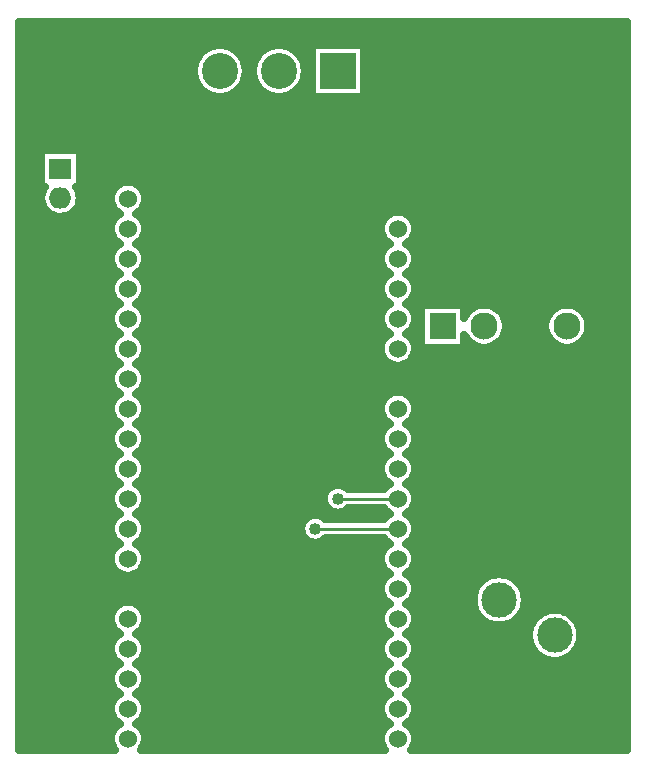
<source format=gbr>
G04 DipTrace 3.1.0.1*
G04 Bottom.gbr*
%MOIN*%
G04 #@! TF.FileFunction,Copper,L2,Bot*
G04 #@! TF.Part,Single*
G04 #@! TA.AperFunction,Conductor*
%ADD13C,0.011*%
G04 #@! TA.AperFunction,CopperBalancing*
%ADD17C,0.025*%
G04 #@! TA.AperFunction,ComponentPad*
%ADD24C,0.11811*%
%ADD26R,0.074803X0.070866*%
%ADD27O,0.074803X0.070866*%
%ADD28C,0.165*%
%ADD29R,0.12X0.12*%
%ADD30C,0.12*%
%ADD31R,0.090551X0.090551*%
%ADD32C,0.090551*%
%ADD33C,0.06*%
G04 #@! TA.AperFunction,ViaPad*
%ADD37C,0.04*%
%FSLAX26Y26*%
G04*
G70*
G90*
G75*
G01*
G04 Bottom*
%LPD*%
X1494000Y1269000D2*
D13*
X1694000D1*
Y1169000D2*
X1419000D1*
D37*
X1494000Y1269000D3*
X1419000Y1169000D3*
X1019000Y1644000D3*
X1119000D3*
X1319000Y1794000D3*
X1269000Y1419000D3*
X1369000D3*
X1019000Y2269000D3*
X1119000D3*
X1219000D3*
X1294000D3*
X1319000Y1894000D3*
X434018Y2831631D2*
D17*
X2453999D1*
X434018Y2806762D2*
X2453999D1*
X434018Y2781894D2*
X2453999D1*
X434018Y2757025D2*
X1038547D1*
X1162037D2*
X1235407D1*
X1358896D2*
X1404996D1*
X1582993D2*
X2453999D1*
X434018Y2732156D2*
X1020175D1*
X1180445D2*
X1217034D1*
X1377269D2*
X1404996D1*
X1582993D2*
X2453999D1*
X434018Y2707287D2*
X1012315D1*
X1188268D2*
X1209176D1*
X1385129D2*
X1404996D1*
X1582993D2*
X2453999D1*
X434018Y2682419D2*
X1012064D1*
X1188518D2*
X1208925D1*
X1385379D2*
X1404996D1*
X1582993D2*
X2453999D1*
X434018Y2657550D2*
X1019349D1*
X1181235D2*
X1216210D1*
X1378094D2*
X1404996D1*
X1582993D2*
X2453999D1*
X434018Y2632681D2*
X1036789D1*
X1163795D2*
X1233650D1*
X1360655D2*
X1404996D1*
X1582993D2*
X2453999D1*
X434018Y2607812D2*
X1090471D1*
X1110176D2*
X1287295D1*
X1307008D2*
X1404996D1*
X1582993D2*
X2453999D1*
X434018Y2582944D2*
X2453999D1*
X434018Y2558075D2*
X2453999D1*
X434018Y2533206D2*
X2453999D1*
X434018Y2508337D2*
X2453999D1*
X434018Y2483469D2*
X2453999D1*
X434018Y2458600D2*
X2453999D1*
X434018Y2433731D2*
X2453999D1*
X434018Y2408862D2*
X502580D1*
X635400D2*
X2453999D1*
X434018Y2383993D2*
X502580D1*
X635400D2*
X2453999D1*
X434018Y2359125D2*
X502580D1*
X635400D2*
X2453999D1*
X434018Y2334256D2*
X502580D1*
X635400D2*
X2453999D1*
X434018Y2309387D2*
X502580D1*
X635400D2*
X751975D1*
X836029D2*
X2453999D1*
X434018Y2284518D2*
X504196D1*
X633822D2*
X737155D1*
X850812D2*
X2453999D1*
X434018Y2259650D2*
X503585D1*
X634432D2*
X735791D1*
X852213D2*
X2453999D1*
X434018Y2234781D2*
X513992D1*
X624025D2*
X746558D1*
X841448D2*
X2453999D1*
X434018Y2209912D2*
X552064D1*
X585951D2*
X752550D1*
X835454D2*
X1652525D1*
X1735466D2*
X2453999D1*
X434018Y2185043D2*
X737335D1*
X850669D2*
X1637310D1*
X1750681D2*
X2453999D1*
X434018Y2160175D2*
X735684D1*
X852320D2*
X1635696D1*
X1752295D2*
X2453999D1*
X434018Y2135306D2*
X746163D1*
X841841D2*
X1646138D1*
X1741853D2*
X2453999D1*
X434018Y2110437D2*
X753088D1*
X834916D2*
X1653100D1*
X1734891D2*
X2453999D1*
X434018Y2085568D2*
X737479D1*
X850526D2*
X1637490D1*
X1750501D2*
X2453999D1*
X434018Y2060699D2*
X735613D1*
X852391D2*
X1635623D1*
X1752403D2*
X2453999D1*
X434018Y2035831D2*
X745768D1*
X842236D2*
X1645780D1*
X1742248D2*
X2453999D1*
X434018Y2010962D2*
X753663D1*
X834343D2*
X1653673D1*
X1734318D2*
X2453999D1*
X434018Y1986093D2*
X737657D1*
X850346D2*
X1637634D1*
X1750357D2*
X2453999D1*
X434018Y1961224D2*
X735541D1*
X852463D2*
X1635552D1*
X1752475D2*
X2453999D1*
X434018Y1936356D2*
X745373D1*
X842631D2*
X1645385D1*
X1742606D2*
X2453999D1*
X434018Y1911487D2*
X754272D1*
X833732D2*
X1654248D1*
X1733743D2*
X1769723D1*
X1918260D2*
X1954849D1*
X2008723D2*
X2230440D1*
X2284314D2*
X2453999D1*
X434018Y1886618D2*
X737802D1*
X850167D2*
X1637812D1*
X1750178D2*
X1769723D1*
X2042060D2*
X2197139D1*
X2317651D2*
X2453999D1*
X434018Y1861749D2*
X735469D1*
X852535D2*
X1635480D1*
X1752546D2*
X1769723D1*
X2053831D2*
X2185333D1*
X2329421D2*
X2453999D1*
X434018Y1836881D2*
X745014D1*
X842990D2*
X1645025D1*
X1742966D2*
X1769723D1*
X2055732D2*
X2183467D1*
X2331323D2*
X2453999D1*
X434018Y1812012D2*
X754846D1*
X833122D2*
X1654858D1*
X1733133D2*
X1769723D1*
X2048555D2*
X2190644D1*
X2324146D2*
X2453999D1*
X434018Y1787143D2*
X737980D1*
X850024D2*
X1637992D1*
X1749999D2*
X1769723D1*
X1918260D2*
X1935472D1*
X2028101D2*
X2211063D1*
X2303692D2*
X2453999D1*
X434018Y1762274D2*
X735398D1*
X852608D2*
X1635408D1*
X1752583D2*
X2453999D1*
X434018Y1737406D2*
X744655D1*
X843349D2*
X1644667D1*
X1743324D2*
X2453999D1*
X434018Y1712537D2*
X755492D1*
X832512D2*
X2453999D1*
X434018Y1687668D2*
X738160D1*
X849844D2*
X2453999D1*
X434018Y1662799D2*
X735325D1*
X852643D2*
X2453999D1*
X434018Y1637930D2*
X744297D1*
X843707D2*
X2453999D1*
X434018Y1613062D2*
X756138D1*
X831866D2*
X1656150D1*
X1731877D2*
X2453999D1*
X434018Y1588193D2*
X738375D1*
X849629D2*
X1638350D1*
X1749640D2*
X2453999D1*
X434018Y1563324D2*
X735290D1*
X852715D2*
X1635301D1*
X1752726D2*
X2453999D1*
X434018Y1538455D2*
X743974D1*
X844030D2*
X1643984D1*
X1744042D2*
X2453999D1*
X434018Y1513587D2*
X756783D1*
X831220D2*
X1656795D1*
X1731196D2*
X2453999D1*
X434018Y1488718D2*
X738555D1*
X849449D2*
X1638566D1*
X1749461D2*
X2453999D1*
X434018Y1463849D2*
X735218D1*
X852751D2*
X1635228D1*
X1752761D2*
X2453999D1*
X434018Y1438980D2*
X743651D1*
X844353D2*
X1643626D1*
X1744365D2*
X2453999D1*
X434018Y1414112D2*
X757466D1*
X830503D2*
X1657478D1*
X1730513D2*
X2453999D1*
X434018Y1389243D2*
X738735D1*
X849234D2*
X1638745D1*
X1749245D2*
X2453999D1*
X434018Y1364374D2*
X735182D1*
X852823D2*
X1635193D1*
X1752798D2*
X2453999D1*
X434018Y1339505D2*
X743328D1*
X844677D2*
X1643303D1*
X1744688D2*
X2453999D1*
X434018Y1314636D2*
X758184D1*
X829820D2*
X1482577D1*
X1505412D2*
X1658194D1*
X1729795D2*
X2453999D1*
X434018Y1289768D2*
X738950D1*
X849054D2*
X1449887D1*
X1749030D2*
X2453999D1*
X434018Y1264899D2*
X735146D1*
X852858D2*
X1445186D1*
X1752833D2*
X2453999D1*
X434018Y1240030D2*
X743004D1*
X845000D2*
X1455126D1*
X1745010D2*
X2453999D1*
X434018Y1215161D2*
X758937D1*
X829067D2*
X1410881D1*
X1427113D2*
X1658912D1*
X1729079D2*
X2453999D1*
X434018Y1190293D2*
X739165D1*
X848839D2*
X1375176D1*
X1748850D2*
X2453999D1*
X434018Y1165424D2*
X735110D1*
X852894D2*
X1370152D1*
X1752870D2*
X2453999D1*
X434018Y1140555D2*
X742681D1*
X845323D2*
X1379698D1*
X1745333D2*
X2453999D1*
X434018Y1115686D2*
X759690D1*
X828314D2*
X1659667D1*
X1728324D2*
X2453999D1*
X434018Y1090818D2*
X739381D1*
X848623D2*
X1639391D1*
X1748635D2*
X2453999D1*
X434018Y1065949D2*
X735075D1*
X852930D2*
X1635085D1*
X1752906D2*
X2453999D1*
X434018Y1041080D2*
X742395D1*
X845609D2*
X1642370D1*
X1745621D2*
X2453999D1*
X434018Y1016211D2*
X771353D1*
X816651D2*
X1660455D1*
X1727535D2*
X2017001D1*
X2045971D2*
X2453999D1*
X434018Y991343D2*
X1639606D1*
X1748385D2*
X1967840D1*
X2095133D2*
X2453999D1*
X434018Y966474D2*
X1635050D1*
X1752941D2*
X1950902D1*
X2112070D2*
X2453999D1*
X434018Y941605D2*
X1642083D1*
X1745908D2*
X1944049D1*
X2118959D2*
X2453999D1*
X434018Y916736D2*
X761269D1*
X826735D2*
X1661281D1*
X1726710D2*
X1944730D1*
X2118278D2*
X2453999D1*
X434018Y891867D2*
X739846D1*
X848157D2*
X1639822D1*
X1748168D2*
X1953163D1*
X2109810D2*
X2179951D1*
X2253094D2*
X2453999D1*
X434018Y866999D2*
X735038D1*
X852966D2*
X1635050D1*
X1752978D2*
X1972791D1*
X2090217D2*
X2147367D1*
X2285714D2*
X2453999D1*
X434018Y842130D2*
X741785D1*
X846184D2*
X1641795D1*
X1746196D2*
X2133445D1*
X2299636D2*
X2453999D1*
X434018Y817261D2*
X762131D1*
X825873D2*
X1662106D1*
X1725885D2*
X2128564D1*
X2304517D2*
X2453999D1*
X434018Y792392D2*
X740062D1*
X847942D2*
X1640073D1*
X1747917D2*
X2131113D1*
X2301970D2*
X2453999D1*
X434018Y767524D2*
X735003D1*
X852966D2*
X1635013D1*
X1752978D2*
X2141806D1*
X2291276D2*
X2453999D1*
X434018Y742655D2*
X741533D1*
X846471D2*
X1641509D1*
X1746482D2*
X2165920D1*
X2267161D2*
X2453999D1*
X434018Y717786D2*
X762992D1*
X825012D2*
X1663004D1*
X1724987D2*
X2453999D1*
X434018Y692917D2*
X740314D1*
X847690D2*
X1640324D1*
X1747702D2*
X2453999D1*
X434018Y668049D2*
X735003D1*
X853001D2*
X1635013D1*
X1752978D2*
X2453999D1*
X434018Y643180D2*
X741247D1*
X846757D2*
X1641257D1*
X1746769D2*
X2453999D1*
X434018Y618311D2*
X763925D1*
X824079D2*
X1663936D1*
X1724091D2*
X2453999D1*
X434018Y593442D2*
X740564D1*
X847440D2*
X1640576D1*
X1747451D2*
X2453999D1*
X434018Y568573D2*
X735003D1*
X853001D2*
X1635013D1*
X1753013D2*
X2453999D1*
X434018Y543705D2*
X740995D1*
X847009D2*
X1640970D1*
X1747020D2*
X2453999D1*
X434018Y518836D2*
X764894D1*
X823110D2*
X1664869D1*
X1723122D2*
X2453999D1*
X434018Y493967D2*
X740816D1*
X847189D2*
X1640827D1*
X1747199D2*
X2453999D1*
X434018Y469098D2*
X735003D1*
X853001D2*
X1635013D1*
X1753013D2*
X2453999D1*
X434018Y444230D2*
X740707D1*
X847297D2*
X1640719D1*
X1747272D2*
X2453999D1*
X2116791Y924787D2*
X2116001Y918117D1*
X2114692Y911528D1*
X2112867Y905062D1*
X2110542Y898760D1*
X2107730Y892659D1*
X2104448Y886798D1*
X2100715Y881213D1*
X2096556Y875937D1*
X2091996Y871004D1*
X2087063Y866444D1*
X2081787Y862285D1*
X2076202Y858552D1*
X2070341Y855270D1*
X2064240Y852458D1*
X2057938Y850133D1*
X2051472Y848308D1*
X2044883Y846999D1*
X2038213Y846209D1*
X2031500Y845945D1*
X2024787Y846209D1*
X2018117Y846999D1*
X2011528Y848308D1*
X2005062Y850133D1*
X1998760Y852458D1*
X1992659Y855270D1*
X1986798Y858552D1*
X1981213Y862285D1*
X1975937Y866444D1*
X1971004Y871004D1*
X1966444Y875937D1*
X1962285Y881213D1*
X1958552Y886798D1*
X1955270Y892659D1*
X1952458Y898760D1*
X1950133Y905062D1*
X1948308Y911528D1*
X1946999Y918117D1*
X1946209Y924787D1*
X1945945Y931500D1*
X1946209Y938213D1*
X1946999Y944883D1*
X1948308Y951472D1*
X1950133Y957938D1*
X1952458Y964240D1*
X1955270Y970341D1*
X1958552Y976202D1*
X1962285Y981787D1*
X1966444Y987063D1*
X1971004Y991996D1*
X1975937Y996556D1*
X1981213Y1000715D1*
X1986798Y1004448D1*
X1992659Y1007730D1*
X1998760Y1010542D1*
X2005062Y1012867D1*
X2011528Y1014692D1*
X2018117Y1016001D1*
X2024787Y1016791D1*
X2031500Y1017055D1*
X2038213Y1016791D1*
X2044883Y1016001D1*
X2051472Y1014692D1*
X2057938Y1012867D1*
X2064240Y1010542D1*
X2070341Y1007730D1*
X2076202Y1004448D1*
X2081787Y1000715D1*
X2087063Y996556D1*
X2091996Y991996D1*
X2096556Y987063D1*
X2100715Y981787D1*
X2104448Y976202D1*
X2107730Y970341D1*
X2110542Y964240D1*
X2112867Y957938D1*
X2114692Y951472D1*
X2116001Y944883D1*
X2116791Y938213D1*
X2117055Y931500D1*
X2116791Y924787D1*
X2301831Y806677D2*
X2301041Y800007D1*
X2299731Y793417D1*
X2297907Y786951D1*
X2295581Y780650D1*
X2292769Y774549D1*
X2289487Y768688D1*
X2285755Y763102D1*
X2281596Y757827D1*
X2277035Y752894D1*
X2272102Y748333D1*
X2266827Y744175D1*
X2261241Y740442D1*
X2255381Y737160D1*
X2249280Y734348D1*
X2242978Y732022D1*
X2236512Y730198D1*
X2229923Y728888D1*
X2223252Y728098D1*
X2216539Y727835D1*
X2209827Y728098D1*
X2203156Y728888D1*
X2196567Y730198D1*
X2190101Y732022D1*
X2183799Y734348D1*
X2177698Y737160D1*
X2171837Y740442D1*
X2166252Y744175D1*
X2160976Y748333D1*
X2156043Y752894D1*
X2151483Y757827D1*
X2147324Y763102D1*
X2143592Y768688D1*
X2140310Y774549D1*
X2137497Y780650D1*
X2135172Y786951D1*
X2133348Y793417D1*
X2132038Y800007D1*
X2131248Y806677D1*
X2130984Y813390D1*
X2131248Y820102D1*
X2132038Y826773D1*
X2133348Y833362D1*
X2135172Y839828D1*
X2137497Y846130D1*
X2140310Y852231D1*
X2143592Y858092D1*
X2147324Y863677D1*
X2151483Y868953D1*
X2156043Y873886D1*
X2160976Y878446D1*
X2166252Y882605D1*
X2171837Y886337D1*
X2177698Y889619D1*
X2183799Y892432D1*
X2190101Y894757D1*
X2196567Y896581D1*
X2203156Y897891D1*
X2209827Y898681D1*
X2216539Y898945D1*
X2223252Y898681D1*
X2229923Y897891D1*
X2236512Y896581D1*
X2242978Y894757D1*
X2249280Y892432D1*
X2255381Y889619D1*
X2261241Y886337D1*
X2266827Y882605D1*
X2272102Y878446D1*
X2277035Y873886D1*
X2281596Y868953D1*
X2285755Y863677D1*
X2289487Y858092D1*
X2292769Y852231D1*
X2295581Y846130D1*
X2297907Y839828D1*
X2299731Y833362D1*
X2301041Y826773D1*
X2301831Y820102D1*
X2302094Y813390D1*
X2301831Y806677D1*
X514285Y2430933D2*
X632902D1*
Y2307067D1*
X621073Y2306978D1*
X626151Y2298692D1*
X629870Y2289713D1*
X632139Y2280264D1*
X632902Y2270575D1*
X632139Y2260886D1*
X629870Y2251437D1*
X626151Y2242458D1*
X621073Y2234172D1*
X614761Y2226782D1*
X607371Y2220470D1*
X599085Y2215392D1*
X590106Y2211673D1*
X580657Y2209404D1*
X570969Y2208642D1*
X562172Y2208832D1*
X552573Y2210353D1*
X543331Y2213356D1*
X534672Y2217768D1*
X526810Y2223480D1*
X519937Y2230353D1*
X514224Y2238215D1*
X509812Y2246874D1*
X506810Y2256117D1*
X505289Y2265715D1*
Y2275434D1*
X506810Y2285033D1*
X509812Y2294276D1*
X514224Y2302934D1*
X516986Y2307052D1*
X505098Y2307067D1*
Y2430933D1*
X514285D1*
X1416686Y2780500D2*
X1580500D1*
Y2607500D1*
X1407500D1*
Y2780500D1*
X1416686D1*
X1383383Y2687214D2*
X1382585Y2680469D1*
X1381260Y2673807D1*
X1379416Y2667270D1*
X1377066Y2660898D1*
X1374222Y2654730D1*
X1370903Y2648804D1*
X1367130Y2643156D1*
X1362925Y2637823D1*
X1358315Y2632835D1*
X1353327Y2628224D1*
X1347993Y2624020D1*
X1342345Y2620247D1*
X1336420Y2616928D1*
X1330252Y2614084D1*
X1323879Y2611734D1*
X1317343Y2609890D1*
X1310681Y2608564D1*
X1303936Y2607766D1*
X1297150Y2607500D1*
X1290364Y2607766D1*
X1283618Y2608564D1*
X1276957Y2609890D1*
X1270420Y2611734D1*
X1264047Y2614084D1*
X1257879Y2616928D1*
X1251954Y2620247D1*
X1246306Y2624020D1*
X1240972Y2628224D1*
X1235984Y2632835D1*
X1231374Y2637823D1*
X1227169Y2643156D1*
X1223396Y2648804D1*
X1220077Y2654730D1*
X1217234Y2660898D1*
X1214883Y2667270D1*
X1213039Y2673807D1*
X1211714Y2680469D1*
X1210916Y2687214D1*
X1210650Y2694000D1*
X1210916Y2700786D1*
X1211714Y2707531D1*
X1213039Y2714193D1*
X1214883Y2720730D1*
X1217234Y2727102D1*
X1220077Y2733270D1*
X1223396Y2739196D1*
X1227169Y2744844D1*
X1231374Y2750177D1*
X1235984Y2755165D1*
X1240972Y2759776D1*
X1246306Y2763980D1*
X1251954Y2767753D1*
X1257879Y2771072D1*
X1264047Y2773916D1*
X1270420Y2776266D1*
X1276957Y2778110D1*
X1283618Y2779436D1*
X1290364Y2780234D1*
X1297150Y2780500D1*
X1303936Y2780234D1*
X1310681Y2779436D1*
X1317343Y2778110D1*
X1323879Y2776266D1*
X1330252Y2773916D1*
X1336420Y2771072D1*
X1342345Y2767753D1*
X1347993Y2763980D1*
X1353327Y2759776D1*
X1358315Y2755165D1*
X1362925Y2750177D1*
X1367130Y2744844D1*
X1370903Y2739196D1*
X1374222Y2733270D1*
X1377066Y2727102D1*
X1379416Y2720730D1*
X1381260Y2714193D1*
X1382585Y2707531D1*
X1383383Y2700786D1*
X1383650Y2694000D1*
X1383383Y2687214D1*
X1186533D2*
X1185735Y2680469D1*
X1184409Y2673807D1*
X1182566Y2667270D1*
X1180215Y2660898D1*
X1177371Y2654730D1*
X1174052Y2648804D1*
X1170280Y2643156D1*
X1166075Y2637823D1*
X1161465Y2632835D1*
X1156476Y2628224D1*
X1151143Y2624020D1*
X1145495Y2620247D1*
X1139570Y2616928D1*
X1133402Y2614084D1*
X1127029Y2611734D1*
X1120492Y2609890D1*
X1113831Y2608564D1*
X1107085Y2607766D1*
X1100299Y2607500D1*
X1093513Y2607766D1*
X1086768Y2608564D1*
X1080106Y2609890D1*
X1073570Y2611734D1*
X1067197Y2614084D1*
X1061029Y2616928D1*
X1055104Y2620247D1*
X1049455Y2624020D1*
X1044122Y2628224D1*
X1039134Y2632835D1*
X1034524Y2637823D1*
X1030319Y2643156D1*
X1026546Y2648804D1*
X1023227Y2654730D1*
X1020383Y2660898D1*
X1018033Y2667270D1*
X1016189Y2673807D1*
X1014864Y2680469D1*
X1014066Y2687214D1*
X1013799Y2694000D1*
X1014066Y2700786D1*
X1014864Y2707531D1*
X1016189Y2714193D1*
X1018033Y2720730D1*
X1020383Y2727102D1*
X1023227Y2733270D1*
X1026546Y2739196D1*
X1030319Y2744844D1*
X1034524Y2750177D1*
X1039134Y2755165D1*
X1044122Y2759776D1*
X1049455Y2763980D1*
X1055104Y2767753D1*
X1061029Y2771072D1*
X1067197Y2773916D1*
X1073570Y2776266D1*
X1080106Y2778110D1*
X1086768Y2779436D1*
X1093513Y2780234D1*
X1100299Y2780500D1*
X1107085Y2780234D1*
X1113831Y2779436D1*
X1120492Y2778110D1*
X1127029Y2776266D1*
X1133402Y2773916D1*
X1139570Y2771072D1*
X1145495Y2767753D1*
X1151143Y2763980D1*
X1156476Y2759776D1*
X1161465Y2755165D1*
X1166075Y2750177D1*
X1170280Y2744844D1*
X1174052Y2739196D1*
X1177371Y2733270D1*
X1180215Y2727102D1*
X1182566Y2720730D1*
X1184409Y2714193D1*
X1185735Y2707531D1*
X1186533Y2700786D1*
X1186799Y2694000D1*
X1186533Y2687214D1*
X1781411Y1915776D2*
X1915776D1*
Y1872176D1*
X1920597Y1881503D1*
X1927217Y1890614D1*
X1935181Y1898579D1*
X1944293Y1905198D1*
X1954328Y1910312D1*
X1965039Y1913793D1*
X1976164Y1915554D1*
X1987427D1*
X1998551Y1913793D1*
X2009262Y1910312D1*
X2019298Y1905198D1*
X2028409Y1898579D1*
X2036374Y1890614D1*
X2042993Y1881503D1*
X2048108Y1871467D1*
X2051588Y1860756D1*
X2053349Y1849631D1*
Y1838369D1*
X2051588Y1827244D1*
X2048108Y1816533D1*
X2042993Y1806497D1*
X2036374Y1797386D1*
X2028409Y1789421D1*
X2019298Y1782802D1*
X2009262Y1777688D1*
X1998551Y1774207D1*
X1987427Y1772446D1*
X1976164D1*
X1965039Y1774207D1*
X1954328Y1777688D1*
X1944293Y1782802D1*
X1935181Y1789421D1*
X1927217Y1797386D1*
X1920597Y1806497D1*
X1915769Y1815913D1*
X1915776Y1772224D1*
X1772224D1*
Y1915776D1*
X1781411D1*
X2328940Y1838369D2*
X2327178Y1827244D1*
X2323698Y1816533D1*
X2318584Y1806497D1*
X2311965Y1797386D1*
X2304000Y1789421D1*
X2294888Y1782802D1*
X2284853Y1777688D1*
X2274142Y1774207D1*
X2263017Y1772446D1*
X2251755D1*
X2240630Y1774207D1*
X2229919Y1777688D1*
X2219883Y1782802D1*
X2210772Y1789421D1*
X2202807Y1797386D1*
X2196188Y1806497D1*
X2191073Y1816533D1*
X2187593Y1827244D1*
X2185832Y1838369D1*
Y1849631D1*
X2187593Y1860756D1*
X2191073Y1871467D1*
X2196188Y1881503D1*
X2202807Y1890614D1*
X2210772Y1898579D1*
X2219883Y1905198D1*
X2229919Y1910312D1*
X2240630Y1913793D1*
X2251755Y1915554D1*
X2263017D1*
X2274142Y1913793D1*
X2284853Y1910312D1*
X2294888Y1905198D1*
X2304000Y1898579D1*
X2311965Y1890614D1*
X2318584Y1881503D1*
X2323698Y1871467D1*
X2327178Y1860756D1*
X2328940Y1849631D1*
Y1838369D1*
X850325Y464567D2*
X848938Y455810D1*
X846199Y447378D1*
X842175Y439479D1*
X836963Y432306D1*
X836222Y431504D1*
X1651730Y431500D1*
X1648290Y435790D1*
X1643657Y443349D1*
X1640265Y451541D1*
X1638196Y460161D1*
X1637500Y469000D1*
X1638196Y477839D1*
X1640265Y486459D1*
X1643657Y494651D1*
X1648290Y502210D1*
X1654049Y508951D1*
X1660790Y514710D1*
X1667730Y518995D1*
X1660790Y523290D1*
X1654049Y529049D1*
X1648290Y535790D1*
X1643657Y543349D1*
X1640265Y551541D1*
X1638196Y560161D1*
X1637500Y569000D1*
X1638196Y577839D1*
X1640265Y586459D1*
X1643657Y594651D1*
X1648290Y602210D1*
X1654049Y608951D1*
X1660790Y614710D1*
X1667730Y618995D1*
X1660790Y623290D1*
X1654049Y629049D1*
X1648290Y635790D1*
X1643657Y643349D1*
X1640265Y651541D1*
X1638196Y660161D1*
X1637500Y669000D1*
X1638196Y677839D1*
X1640265Y686459D1*
X1643657Y694651D1*
X1648290Y702210D1*
X1654049Y708951D1*
X1660790Y714710D1*
X1667730Y718995D1*
X1660790Y723290D1*
X1654049Y729049D1*
X1648290Y735790D1*
X1643657Y743349D1*
X1640265Y751541D1*
X1638196Y760161D1*
X1637500Y769000D1*
X1638196Y777839D1*
X1640265Y786459D1*
X1643657Y794651D1*
X1648290Y802210D1*
X1654049Y808951D1*
X1660790Y814710D1*
X1667730Y818995D1*
X1660790Y823290D1*
X1654049Y829049D1*
X1648290Y835790D1*
X1643657Y843349D1*
X1640265Y851541D1*
X1638196Y860161D1*
X1637500Y869000D1*
X1638196Y877839D1*
X1640265Y886459D1*
X1643657Y894651D1*
X1648290Y902210D1*
X1654049Y908951D1*
X1660790Y914710D1*
X1667730Y918995D1*
X1660790Y923290D1*
X1654049Y929049D1*
X1648290Y935790D1*
X1643657Y943349D1*
X1640265Y951541D1*
X1638196Y960161D1*
X1637500Y969000D1*
X1638196Y977839D1*
X1640265Y986459D1*
X1643657Y994651D1*
X1648290Y1002210D1*
X1654049Y1008951D1*
X1660790Y1014710D1*
X1667730Y1018995D1*
X1660790Y1023290D1*
X1654049Y1029049D1*
X1648290Y1035790D1*
X1643657Y1043349D1*
X1640265Y1051541D1*
X1638196Y1060161D1*
X1637500Y1069000D1*
X1638196Y1077839D1*
X1640265Y1086459D1*
X1643657Y1094651D1*
X1648290Y1102210D1*
X1654049Y1108951D1*
X1660790Y1114710D1*
X1667730Y1118995D1*
X1660790Y1123290D1*
X1654049Y1129049D1*
X1648290Y1135790D1*
X1647491Y1136986D1*
X1452751Y1137000D1*
X1449199Y1133642D1*
X1443297Y1129352D1*
X1436795Y1126039D1*
X1429856Y1123785D1*
X1422648Y1122643D1*
X1415352D1*
X1408144Y1123785D1*
X1401205Y1126039D1*
X1394703Y1129352D1*
X1388801Y1133642D1*
X1383642Y1138801D1*
X1379352Y1144703D1*
X1376039Y1151205D1*
X1373785Y1158144D1*
X1372643Y1165352D1*
Y1172648D1*
X1373785Y1179856D1*
X1376039Y1186795D1*
X1379352Y1193297D1*
X1383642Y1199199D1*
X1388801Y1204358D1*
X1394703Y1208648D1*
X1401205Y1211961D1*
X1408144Y1214215D1*
X1415352Y1215357D1*
X1422648D1*
X1429856Y1214215D1*
X1436795Y1211961D1*
X1443297Y1208648D1*
X1449199Y1204358D1*
X1452703Y1200991D1*
X1647403Y1201000D1*
X1651037Y1205694D1*
X1657306Y1211963D1*
X1664479Y1217175D1*
X1667730Y1218995D1*
X1660790Y1223290D1*
X1654049Y1229049D1*
X1648290Y1235790D1*
X1647491Y1236986D1*
X1527748Y1237000D1*
X1524199Y1233642D1*
X1518297Y1229352D1*
X1511795Y1226039D1*
X1504856Y1223785D1*
X1497648Y1222643D1*
X1490352D1*
X1483144Y1223785D1*
X1476205Y1226039D1*
X1469703Y1229352D1*
X1463801Y1233642D1*
X1458642Y1238801D1*
X1454352Y1244703D1*
X1451039Y1251205D1*
X1448785Y1258144D1*
X1447643Y1265352D1*
Y1272648D1*
X1448785Y1279856D1*
X1451039Y1286795D1*
X1454352Y1293297D1*
X1458642Y1299199D1*
X1463801Y1304358D1*
X1469703Y1308648D1*
X1476205Y1311961D1*
X1483144Y1314215D1*
X1490352Y1315357D1*
X1497648D1*
X1504856Y1314215D1*
X1511795Y1311961D1*
X1518297Y1308648D1*
X1524199Y1304358D1*
X1527703Y1300991D1*
X1647406Y1301000D1*
X1651037Y1305694D1*
X1657306Y1311963D1*
X1664479Y1317175D1*
X1667730Y1318995D1*
X1660790Y1323290D1*
X1654049Y1329049D1*
X1648290Y1335790D1*
X1643657Y1343349D1*
X1640265Y1351541D1*
X1638196Y1360161D1*
X1637500Y1369000D1*
X1638196Y1377839D1*
X1640265Y1386459D1*
X1643657Y1394651D1*
X1648290Y1402210D1*
X1654049Y1408951D1*
X1660790Y1414710D1*
X1667730Y1418995D1*
X1660790Y1423290D1*
X1654049Y1429049D1*
X1648290Y1435790D1*
X1643657Y1443349D1*
X1640265Y1451541D1*
X1638196Y1460161D1*
X1637500Y1469000D1*
X1638196Y1477839D1*
X1640265Y1486459D1*
X1643657Y1494651D1*
X1648290Y1502210D1*
X1654049Y1508951D1*
X1660790Y1514710D1*
X1667730Y1518995D1*
X1660790Y1523290D1*
X1654049Y1529049D1*
X1648290Y1535790D1*
X1643657Y1543349D1*
X1640265Y1551541D1*
X1638196Y1560161D1*
X1637500Y1569000D1*
X1638196Y1577839D1*
X1640265Y1586459D1*
X1643657Y1594651D1*
X1648290Y1602210D1*
X1654049Y1608951D1*
X1660790Y1614710D1*
X1668349Y1619343D1*
X1676541Y1622735D1*
X1685161Y1624804D1*
X1694000Y1625500D1*
X1702839Y1624804D1*
X1711459Y1622735D1*
X1719651Y1619343D1*
X1727210Y1614710D1*
X1733951Y1608951D1*
X1739710Y1602210D1*
X1744343Y1594651D1*
X1747735Y1586459D1*
X1749804Y1577839D1*
X1750500Y1569000D1*
X1749804Y1560161D1*
X1747735Y1551541D1*
X1744343Y1543349D1*
X1739710Y1535790D1*
X1733951Y1529049D1*
X1727210Y1523290D1*
X1720270Y1519005D1*
X1727210Y1514710D1*
X1733951Y1508951D1*
X1739710Y1502210D1*
X1744343Y1494651D1*
X1747735Y1486459D1*
X1749804Y1477839D1*
X1750500Y1469000D1*
X1749804Y1460161D1*
X1747735Y1451541D1*
X1744343Y1443349D1*
X1739710Y1435790D1*
X1733951Y1429049D1*
X1727210Y1423290D1*
X1720270Y1419005D1*
X1727210Y1414710D1*
X1733951Y1408951D1*
X1739710Y1402210D1*
X1744343Y1394651D1*
X1747735Y1386459D1*
X1749804Y1377839D1*
X1750500Y1369000D1*
X1749804Y1360161D1*
X1747735Y1351541D1*
X1744343Y1343349D1*
X1739710Y1335790D1*
X1733951Y1329049D1*
X1727210Y1323290D1*
X1720270Y1319005D1*
X1727210Y1314710D1*
X1733951Y1308951D1*
X1739710Y1302210D1*
X1744343Y1294651D1*
X1747735Y1286459D1*
X1749804Y1277839D1*
X1750500Y1269000D1*
X1749804Y1260161D1*
X1747735Y1251541D1*
X1744343Y1243349D1*
X1739710Y1235790D1*
X1733951Y1229049D1*
X1727210Y1223290D1*
X1720270Y1219005D1*
X1727210Y1214710D1*
X1733951Y1208951D1*
X1739710Y1202210D1*
X1744343Y1194651D1*
X1747735Y1186459D1*
X1749804Y1177839D1*
X1750500Y1169000D1*
X1749804Y1160161D1*
X1747735Y1151541D1*
X1744343Y1143349D1*
X1739710Y1135790D1*
X1733951Y1129049D1*
X1727210Y1123290D1*
X1720270Y1119005D1*
X1727210Y1114710D1*
X1733951Y1108951D1*
X1739710Y1102210D1*
X1744343Y1094651D1*
X1747735Y1086459D1*
X1749804Y1077839D1*
X1750500Y1069000D1*
X1749804Y1060161D1*
X1747735Y1051541D1*
X1744343Y1043349D1*
X1739710Y1035790D1*
X1733951Y1029049D1*
X1727210Y1023290D1*
X1720270Y1019005D1*
X1727210Y1014710D1*
X1733951Y1008951D1*
X1739710Y1002210D1*
X1744343Y994651D1*
X1747735Y986459D1*
X1749804Y977839D1*
X1750500Y969000D1*
X1749804Y960161D1*
X1747735Y951541D1*
X1744343Y943349D1*
X1739710Y935790D1*
X1733951Y929049D1*
X1727210Y923290D1*
X1720270Y919005D1*
X1727210Y914710D1*
X1733951Y908951D1*
X1739710Y902210D1*
X1744343Y894651D1*
X1747735Y886459D1*
X1749804Y877839D1*
X1750500Y869000D1*
X1749804Y860161D1*
X1747735Y851541D1*
X1744343Y843349D1*
X1739710Y835790D1*
X1733951Y829049D1*
X1727210Y823290D1*
X1720270Y819005D1*
X1727210Y814710D1*
X1733951Y808951D1*
X1739710Y802210D1*
X1744343Y794651D1*
X1747735Y786459D1*
X1749804Y777839D1*
X1750500Y769000D1*
X1749804Y760161D1*
X1747735Y751541D1*
X1744343Y743349D1*
X1739710Y735790D1*
X1733951Y729049D1*
X1727210Y723290D1*
X1720270Y719005D1*
X1727210Y714710D1*
X1733951Y708951D1*
X1739710Y702210D1*
X1744343Y694651D1*
X1747735Y686459D1*
X1749804Y677839D1*
X1750500Y669000D1*
X1749804Y660161D1*
X1747735Y651541D1*
X1744343Y643349D1*
X1739710Y635790D1*
X1733951Y629049D1*
X1727210Y623290D1*
X1720270Y619005D1*
X1727210Y614710D1*
X1733951Y608951D1*
X1739710Y602210D1*
X1744343Y594651D1*
X1747735Y586459D1*
X1749804Y577839D1*
X1750500Y569000D1*
X1749804Y560161D1*
X1747735Y551541D1*
X1744343Y543349D1*
X1739710Y535790D1*
X1733951Y529049D1*
X1727210Y523290D1*
X1720270Y519005D1*
X1727210Y514710D1*
X1733951Y508951D1*
X1739710Y502210D1*
X1744343Y494651D1*
X1747735Y486459D1*
X1749804Y477839D1*
X1750500Y469000D1*
X1749804Y460161D1*
X1747735Y451541D1*
X1744343Y443349D1*
X1739710Y435790D1*
X1736222Y431504D1*
X2456469Y431500D1*
X2456500Y2856505D1*
X431531Y2856500D1*
X431500Y431495D1*
X751755Y431500D1*
X748290Y435790D1*
X743657Y443349D1*
X740265Y451541D1*
X738196Y460161D1*
X737500Y469000D1*
X738196Y477839D1*
X740265Y486459D1*
X743657Y494651D1*
X748290Y502210D1*
X754049Y508951D1*
X760790Y514710D1*
X767730Y518995D1*
X760790Y523290D1*
X754049Y529049D1*
X748290Y535790D1*
X743657Y543349D1*
X740265Y551541D1*
X738196Y560161D1*
X737500Y569000D1*
X738196Y577839D1*
X740265Y586459D1*
X743657Y594651D1*
X748290Y602210D1*
X754049Y608951D1*
X760790Y614710D1*
X767730Y618995D1*
X760790Y623290D1*
X754049Y629049D1*
X748290Y635790D1*
X743657Y643349D1*
X740265Y651541D1*
X738196Y660161D1*
X737500Y669000D1*
X738196Y677839D1*
X740265Y686459D1*
X743657Y694651D1*
X748290Y702210D1*
X754049Y708951D1*
X760790Y714710D1*
X767730Y718995D1*
X760790Y723290D1*
X754049Y729049D1*
X748290Y735790D1*
X743657Y743349D1*
X740265Y751541D1*
X738196Y760161D1*
X737500Y769000D1*
X738196Y777839D1*
X740265Y786459D1*
X743657Y794651D1*
X748290Y802210D1*
X754049Y808951D1*
X760790Y814710D1*
X767730Y818995D1*
X760790Y823290D1*
X754049Y829049D1*
X748290Y835790D1*
X743657Y843349D1*
X740265Y851541D1*
X738196Y860161D1*
X737500Y869000D1*
X738196Y877839D1*
X740265Y886459D1*
X743657Y894651D1*
X748290Y902210D1*
X754049Y908951D1*
X760790Y914710D1*
X768349Y919343D1*
X776541Y922735D1*
X785161Y924804D1*
X794000Y925500D1*
X802839Y924804D1*
X811459Y922735D1*
X819651Y919343D1*
X827210Y914710D1*
X833951Y908951D1*
X839710Y902210D1*
X844343Y894651D1*
X847735Y886459D1*
X849804Y877839D1*
X850500Y869000D1*
X849804Y860161D1*
X847735Y851541D1*
X844343Y843349D1*
X839710Y835790D1*
X833951Y829049D1*
X827210Y823290D1*
X820270Y819005D1*
X827210Y814710D1*
X833951Y808951D1*
X839710Y802210D1*
X844343Y794651D1*
X847735Y786459D1*
X849804Y777839D1*
X850500Y769000D1*
X849804Y760161D1*
X847735Y751541D1*
X844343Y743349D1*
X839710Y735790D1*
X833951Y729049D1*
X827210Y723290D1*
X820270Y719005D1*
X827210Y714710D1*
X833951Y708951D1*
X839710Y702210D1*
X844343Y694651D1*
X847735Y686459D1*
X849804Y677839D1*
X850500Y669000D1*
X849804Y660161D1*
X847735Y651541D1*
X844343Y643349D1*
X839710Y635790D1*
X833951Y629049D1*
X827210Y623290D1*
X820270Y619005D1*
X827210Y614710D1*
X833951Y608951D1*
X839710Y602210D1*
X844343Y594651D1*
X847735Y586459D1*
X849804Y577839D1*
X850500Y569000D1*
X849804Y560161D1*
X847735Y551541D1*
X844343Y543349D1*
X839710Y535790D1*
X833951Y529049D1*
X827210Y523290D1*
X820270Y519005D1*
X827210Y514710D1*
X833951Y508951D1*
X839710Y502210D1*
X844343Y494651D1*
X847735Y486459D1*
X849804Y477839D1*
X850500Y469000D1*
X850325Y464567D1*
Y1064567D2*
X848938Y1055810D1*
X846199Y1047378D1*
X842175Y1039479D1*
X836963Y1032306D1*
X830694Y1026037D1*
X823521Y1020825D1*
X815622Y1016801D1*
X807190Y1014062D1*
X798433Y1012675D1*
X789567D1*
X780810Y1014062D1*
X772378Y1016801D1*
X764479Y1020825D1*
X757306Y1026037D1*
X751037Y1032306D1*
X745825Y1039479D1*
X741801Y1047378D1*
X739062Y1055810D1*
X737675Y1064567D1*
Y1073433D1*
X739062Y1082190D1*
X741801Y1090622D1*
X745825Y1098521D1*
X751037Y1105694D1*
X757306Y1111963D1*
X764479Y1117175D1*
X767730Y1118995D1*
X760790Y1123290D1*
X754049Y1129049D1*
X748290Y1135790D1*
X743657Y1143349D1*
X740265Y1151541D1*
X738196Y1160161D1*
X737500Y1169000D1*
X738196Y1177839D1*
X740265Y1186459D1*
X743657Y1194651D1*
X748290Y1202210D1*
X754049Y1208951D1*
X760790Y1214710D1*
X767730Y1218995D1*
X760790Y1223290D1*
X754049Y1229049D1*
X748290Y1235790D1*
X743657Y1243349D1*
X740265Y1251541D1*
X738196Y1260161D1*
X737500Y1269000D1*
X738196Y1277839D1*
X740265Y1286459D1*
X743657Y1294651D1*
X748290Y1302210D1*
X754049Y1308951D1*
X760790Y1314710D1*
X767730Y1318995D1*
X760790Y1323290D1*
X754049Y1329049D1*
X748290Y1335790D1*
X743657Y1343349D1*
X740265Y1351541D1*
X738196Y1360161D1*
X737500Y1369000D1*
X738196Y1377839D1*
X740265Y1386459D1*
X743657Y1394651D1*
X748290Y1402210D1*
X754049Y1408951D1*
X760790Y1414710D1*
X767730Y1418995D1*
X760790Y1423290D1*
X754049Y1429049D1*
X748290Y1435790D1*
X743657Y1443349D1*
X740265Y1451541D1*
X738196Y1460161D1*
X737500Y1469000D1*
X738196Y1477839D1*
X740265Y1486459D1*
X743657Y1494651D1*
X748290Y1502210D1*
X754049Y1508951D1*
X760790Y1514710D1*
X767730Y1518995D1*
X760790Y1523290D1*
X754049Y1529049D1*
X748290Y1535790D1*
X743657Y1543349D1*
X740265Y1551541D1*
X738196Y1560161D1*
X737500Y1569000D1*
X738196Y1577839D1*
X740265Y1586459D1*
X743657Y1594651D1*
X748290Y1602210D1*
X754049Y1608951D1*
X760790Y1614710D1*
X767730Y1618995D1*
X760790Y1623290D1*
X754049Y1629049D1*
X748290Y1635790D1*
X743657Y1643349D1*
X740265Y1651541D1*
X738196Y1660161D1*
X737500Y1669000D1*
X738196Y1677839D1*
X740265Y1686459D1*
X743657Y1694651D1*
X748290Y1702210D1*
X754049Y1708951D1*
X760790Y1714710D1*
X767730Y1718995D1*
X760790Y1723290D1*
X754049Y1729049D1*
X748290Y1735790D1*
X743657Y1743349D1*
X740265Y1751541D1*
X738196Y1760161D1*
X737500Y1769000D1*
X738196Y1777839D1*
X740265Y1786459D1*
X743657Y1794651D1*
X748290Y1802210D1*
X754049Y1808951D1*
X760790Y1814710D1*
X767730Y1818995D1*
X760790Y1823290D1*
X754049Y1829049D1*
X748290Y1835790D1*
X743657Y1843349D1*
X740265Y1851541D1*
X738196Y1860161D1*
X737500Y1869000D1*
X738196Y1877839D1*
X740265Y1886459D1*
X743657Y1894651D1*
X748290Y1902210D1*
X754049Y1908951D1*
X760790Y1914710D1*
X767730Y1918995D1*
X760790Y1923290D1*
X754049Y1929049D1*
X748290Y1935790D1*
X743657Y1943349D1*
X740265Y1951541D1*
X738196Y1960161D1*
X737500Y1969000D1*
X738196Y1977839D1*
X740265Y1986459D1*
X743657Y1994651D1*
X748290Y2002210D1*
X754049Y2008951D1*
X760790Y2014710D1*
X767730Y2018995D1*
X760790Y2023290D1*
X754049Y2029049D1*
X748290Y2035790D1*
X743657Y2043349D1*
X740265Y2051541D1*
X738196Y2060161D1*
X737500Y2069000D1*
X738196Y2077839D1*
X740265Y2086459D1*
X743657Y2094651D1*
X748290Y2102210D1*
X754049Y2108951D1*
X760790Y2114710D1*
X767730Y2118995D1*
X760790Y2123290D1*
X754049Y2129049D1*
X748290Y2135790D1*
X743657Y2143349D1*
X740265Y2151541D1*
X738196Y2160161D1*
X737500Y2169000D1*
X738196Y2177839D1*
X740265Y2186459D1*
X743657Y2194651D1*
X748290Y2202210D1*
X754049Y2208951D1*
X760790Y2214710D1*
X767730Y2218995D1*
X760790Y2223290D1*
X754049Y2229049D1*
X748290Y2235790D1*
X743657Y2243349D1*
X740265Y2251541D1*
X738196Y2260161D1*
X737500Y2269000D1*
X738196Y2277839D1*
X740265Y2286459D1*
X743657Y2294651D1*
X748290Y2302210D1*
X754049Y2308951D1*
X760790Y2314710D1*
X768349Y2319343D1*
X776541Y2322735D1*
X785161Y2324804D1*
X794000Y2325500D1*
X802839Y2324804D1*
X811459Y2322735D1*
X819651Y2319343D1*
X827210Y2314710D1*
X833951Y2308951D1*
X839710Y2302210D1*
X844343Y2294651D1*
X847735Y2286459D1*
X849804Y2277839D1*
X850500Y2269000D1*
X849804Y2260161D1*
X847735Y2251541D1*
X844343Y2243349D1*
X839710Y2235790D1*
X833951Y2229049D1*
X827210Y2223290D1*
X820270Y2219005D1*
X827210Y2214710D1*
X833951Y2208951D1*
X839710Y2202210D1*
X844343Y2194651D1*
X847735Y2186459D1*
X849804Y2177839D1*
X850500Y2169000D1*
X849804Y2160161D1*
X847735Y2151541D1*
X844343Y2143349D1*
X839710Y2135790D1*
X833951Y2129049D1*
X827210Y2123290D1*
X820270Y2119005D1*
X827210Y2114710D1*
X833951Y2108951D1*
X839710Y2102210D1*
X844343Y2094651D1*
X847735Y2086459D1*
X849804Y2077839D1*
X850500Y2069000D1*
X849804Y2060161D1*
X847735Y2051541D1*
X844343Y2043349D1*
X839710Y2035790D1*
X833951Y2029049D1*
X827210Y2023290D1*
X820270Y2019005D1*
X827210Y2014710D1*
X833951Y2008951D1*
X839710Y2002210D1*
X844343Y1994651D1*
X847735Y1986459D1*
X849804Y1977839D1*
X850500Y1969000D1*
X849804Y1960161D1*
X847735Y1951541D1*
X844343Y1943349D1*
X839710Y1935790D1*
X833951Y1929049D1*
X827210Y1923290D1*
X820270Y1919005D1*
X827210Y1914710D1*
X833951Y1908951D1*
X839710Y1902210D1*
X844343Y1894651D1*
X847735Y1886459D1*
X849804Y1877839D1*
X850500Y1869000D1*
X849804Y1860161D1*
X847735Y1851541D1*
X844343Y1843349D1*
X839710Y1835790D1*
X833951Y1829049D1*
X827210Y1823290D1*
X820270Y1819005D1*
X827210Y1814710D1*
X833951Y1808951D1*
X839710Y1802210D1*
X844343Y1794651D1*
X847735Y1786459D1*
X849804Y1777839D1*
X850500Y1769000D1*
X849804Y1760161D1*
X847735Y1751541D1*
X844343Y1743349D1*
X839710Y1735790D1*
X833951Y1729049D1*
X827210Y1723290D1*
X820270Y1719005D1*
X827210Y1714710D1*
X833951Y1708951D1*
X839710Y1702210D1*
X844343Y1694651D1*
X847735Y1686459D1*
X849804Y1677839D1*
X850500Y1669000D1*
X849804Y1660161D1*
X847735Y1651541D1*
X844343Y1643349D1*
X839710Y1635790D1*
X833951Y1629049D1*
X827210Y1623290D1*
X820270Y1619005D1*
X827210Y1614710D1*
X833951Y1608951D1*
X839710Y1602210D1*
X844343Y1594651D1*
X847735Y1586459D1*
X849804Y1577839D1*
X850500Y1569000D1*
X849804Y1560161D1*
X847735Y1551541D1*
X844343Y1543349D1*
X839710Y1535790D1*
X833951Y1529049D1*
X827210Y1523290D1*
X820270Y1519005D1*
X827210Y1514710D1*
X833951Y1508951D1*
X839710Y1502210D1*
X844343Y1494651D1*
X847735Y1486459D1*
X849804Y1477839D1*
X850500Y1469000D1*
X849804Y1460161D1*
X847735Y1451541D1*
X844343Y1443349D1*
X839710Y1435790D1*
X833951Y1429049D1*
X827210Y1423290D1*
X820270Y1419005D1*
X827210Y1414710D1*
X833951Y1408951D1*
X839710Y1402210D1*
X844343Y1394651D1*
X847735Y1386459D1*
X849804Y1377839D1*
X850500Y1369000D1*
X849804Y1360161D1*
X847735Y1351541D1*
X844343Y1343349D1*
X839710Y1335790D1*
X833951Y1329049D1*
X827210Y1323290D1*
X820270Y1319005D1*
X827210Y1314710D1*
X833951Y1308951D1*
X839710Y1302210D1*
X844343Y1294651D1*
X847735Y1286459D1*
X849804Y1277839D1*
X850500Y1269000D1*
X849804Y1260161D1*
X847735Y1251541D1*
X844343Y1243349D1*
X839710Y1235790D1*
X833951Y1229049D1*
X827210Y1223290D1*
X820270Y1219005D1*
X827210Y1214710D1*
X833951Y1208951D1*
X839710Y1202210D1*
X844343Y1194651D1*
X847735Y1186459D1*
X849804Y1177839D1*
X850500Y1169000D1*
X849804Y1160161D1*
X847735Y1151541D1*
X844343Y1143349D1*
X839710Y1135790D1*
X833951Y1129049D1*
X827210Y1123290D1*
X820270Y1119005D1*
X827210Y1114710D1*
X833951Y1108951D1*
X839710Y1102210D1*
X844343Y1094651D1*
X847735Y1086459D1*
X849804Y1077839D1*
X850500Y1069000D1*
X850325Y1064567D1*
X1750325Y1764567D2*
X1748938Y1755810D1*
X1746199Y1747378D1*
X1742175Y1739479D1*
X1736963Y1732306D1*
X1730694Y1726037D1*
X1723521Y1720825D1*
X1715622Y1716801D1*
X1707190Y1714062D1*
X1698433Y1712675D1*
X1689567D1*
X1680810Y1714062D1*
X1672378Y1716801D1*
X1664479Y1720825D1*
X1657306Y1726037D1*
X1651037Y1732306D1*
X1645825Y1739479D1*
X1641801Y1747378D1*
X1639062Y1755810D1*
X1637675Y1764567D1*
Y1773433D1*
X1639062Y1782190D1*
X1641801Y1790622D1*
X1645825Y1798521D1*
X1651037Y1805694D1*
X1657306Y1811963D1*
X1664479Y1817175D1*
X1667730Y1818995D1*
X1660790Y1823290D1*
X1654049Y1829049D1*
X1648290Y1835790D1*
X1643657Y1843349D1*
X1640265Y1851541D1*
X1638196Y1860161D1*
X1637500Y1869000D1*
X1638196Y1877839D1*
X1640265Y1886459D1*
X1643657Y1894651D1*
X1648290Y1902210D1*
X1654049Y1908951D1*
X1660790Y1914710D1*
X1667730Y1918995D1*
X1660790Y1923290D1*
X1654049Y1929049D1*
X1648290Y1935790D1*
X1643657Y1943349D1*
X1640265Y1951541D1*
X1638196Y1960161D1*
X1637500Y1969000D1*
X1638196Y1977839D1*
X1640265Y1986459D1*
X1643657Y1994651D1*
X1648290Y2002210D1*
X1654049Y2008951D1*
X1660790Y2014710D1*
X1667730Y2018995D1*
X1660790Y2023290D1*
X1654049Y2029049D1*
X1648290Y2035790D1*
X1643657Y2043349D1*
X1640265Y2051541D1*
X1638196Y2060161D1*
X1637500Y2069000D1*
X1638196Y2077839D1*
X1640265Y2086459D1*
X1643657Y2094651D1*
X1648290Y2102210D1*
X1654049Y2108951D1*
X1660790Y2114710D1*
X1667730Y2118995D1*
X1660790Y2123290D1*
X1654049Y2129049D1*
X1648290Y2135790D1*
X1643657Y2143349D1*
X1640265Y2151541D1*
X1638196Y2160161D1*
X1637500Y2169000D1*
X1638196Y2177839D1*
X1640265Y2186459D1*
X1643657Y2194651D1*
X1648290Y2202210D1*
X1654049Y2208951D1*
X1660790Y2214710D1*
X1668349Y2219343D1*
X1676541Y2222735D1*
X1685161Y2224804D1*
X1694000Y2225500D1*
X1702839Y2224804D1*
X1711459Y2222735D1*
X1719651Y2219343D1*
X1727210Y2214710D1*
X1733951Y2208951D1*
X1739710Y2202210D1*
X1744343Y2194651D1*
X1747735Y2186459D1*
X1749804Y2177839D1*
X1750500Y2169000D1*
X1749804Y2160161D1*
X1747735Y2151541D1*
X1744343Y2143349D1*
X1739710Y2135790D1*
X1733951Y2129049D1*
X1727210Y2123290D1*
X1720270Y2119005D1*
X1727210Y2114710D1*
X1733951Y2108951D1*
X1739710Y2102210D1*
X1744343Y2094651D1*
X1747735Y2086459D1*
X1749804Y2077839D1*
X1750500Y2069000D1*
X1749804Y2060161D1*
X1747735Y2051541D1*
X1744343Y2043349D1*
X1739710Y2035790D1*
X1733951Y2029049D1*
X1727210Y2023290D1*
X1720270Y2019005D1*
X1727210Y2014710D1*
X1733951Y2008951D1*
X1739710Y2002210D1*
X1744343Y1994651D1*
X1747735Y1986459D1*
X1749804Y1977839D1*
X1750500Y1969000D1*
X1749804Y1960161D1*
X1747735Y1951541D1*
X1744343Y1943349D1*
X1739710Y1935790D1*
X1733951Y1929049D1*
X1727210Y1923290D1*
X1720270Y1919005D1*
X1727210Y1914710D1*
X1733951Y1908951D1*
X1739710Y1902210D1*
X1744343Y1894651D1*
X1747735Y1886459D1*
X1749804Y1877839D1*
X1750500Y1869000D1*
X1749804Y1860161D1*
X1747735Y1851541D1*
X1744343Y1843349D1*
X1739710Y1835790D1*
X1733951Y1829049D1*
X1727210Y1823290D1*
X1720270Y1819005D1*
X1727210Y1814710D1*
X1733951Y1808951D1*
X1739710Y1802210D1*
X1744343Y1794651D1*
X1747735Y1786459D1*
X1749804Y1777839D1*
X1750500Y1769000D1*
X1750325Y1764567D1*
D24*
X2031500Y931500D3*
Y695280D3*
X2216539Y813390D3*
D26*
X569000Y2369000D3*
D27*
Y2270575D3*
D28*
X519000Y519000D3*
Y2769000D3*
X2369000D3*
Y519000D3*
D29*
X1494000Y2694000D3*
D30*
X1297150D3*
X1100299D3*
X903449D3*
D31*
X1844000Y1844000D3*
D32*
X1981795D3*
X2119591D3*
X2257386D3*
D33*
X794000Y469000D3*
Y569000D3*
Y669000D3*
Y769000D3*
Y869000D3*
Y969000D3*
Y1069000D3*
Y1169000D3*
Y1269000D3*
Y1369000D3*
Y1469000D3*
Y1569000D3*
Y1669000D3*
Y1769000D3*
Y1869000D3*
Y1969000D3*
Y2069000D3*
Y2169000D3*
Y2269000D3*
X1694000Y469000D3*
Y569000D3*
Y669000D3*
Y769000D3*
Y869000D3*
Y969000D3*
Y1069000D3*
Y1169000D3*
Y1269000D3*
Y1369000D3*
Y1469000D3*
Y1569000D3*
Y1669000D3*
Y1769000D3*
Y1869000D3*
Y1969000D3*
Y2069000D3*
Y2169000D3*
Y2269000D3*
M02*

</source>
